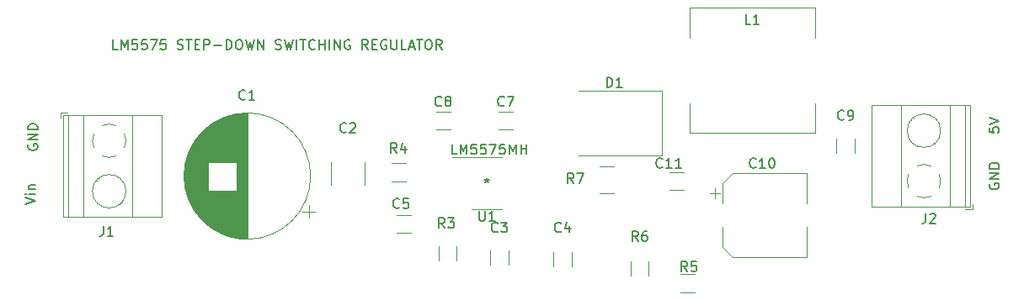
<source format=gbr>
%TF.GenerationSoftware,KiCad,Pcbnew,(5.1.10)-1*%
%TF.CreationDate,2021-07-12T12:55:46+02:00*%
%TF.ProjectId,buckLM5575,6275636b-4c4d-4353-9537-352e6b696361,rev?*%
%TF.SameCoordinates,Original*%
%TF.FileFunction,Legend,Top*%
%TF.FilePolarity,Positive*%
%FSLAX46Y46*%
G04 Gerber Fmt 4.6, Leading zero omitted, Abs format (unit mm)*
G04 Created by KiCad (PCBNEW (5.1.10)-1) date 2021-07-12 12:55:46*
%MOMM*%
%LPD*%
G01*
G04 APERTURE LIST*
%ADD10C,0.200000*%
%ADD11C,0.120000*%
%ADD12C,0.150000*%
G04 APERTURE END LIST*
D10*
X181364000Y-62229904D02*
X181316380Y-62325142D01*
X181316380Y-62468000D01*
X181364000Y-62610857D01*
X181459238Y-62706095D01*
X181554476Y-62753714D01*
X181744952Y-62801333D01*
X181887809Y-62801333D01*
X182078285Y-62753714D01*
X182173523Y-62706095D01*
X182268761Y-62610857D01*
X182316380Y-62468000D01*
X182316380Y-62372761D01*
X182268761Y-62229904D01*
X182221142Y-62182285D01*
X181887809Y-62182285D01*
X181887809Y-62372761D01*
X182316380Y-61753714D02*
X181316380Y-61753714D01*
X182316380Y-61182285D01*
X181316380Y-61182285D01*
X182316380Y-60706095D02*
X181316380Y-60706095D01*
X181316380Y-60468000D01*
X181364000Y-60325142D01*
X181459238Y-60229904D01*
X181554476Y-60182285D01*
X181744952Y-60134666D01*
X181887809Y-60134666D01*
X182078285Y-60182285D01*
X182173523Y-60229904D01*
X182268761Y-60325142D01*
X182316380Y-60468000D01*
X182316380Y-60706095D01*
X181316380Y-56578476D02*
X181316380Y-57054666D01*
X181792571Y-57102285D01*
X181744952Y-57054666D01*
X181697333Y-56959428D01*
X181697333Y-56721333D01*
X181744952Y-56626095D01*
X181792571Y-56578476D01*
X181887809Y-56530857D01*
X182125904Y-56530857D01*
X182221142Y-56578476D01*
X182268761Y-56626095D01*
X182316380Y-56721333D01*
X182316380Y-56959428D01*
X182268761Y-57054666D01*
X182221142Y-57102285D01*
X181316380Y-56245142D02*
X182316380Y-55911809D01*
X181316380Y-55578476D01*
X84717000Y-58292904D02*
X84669380Y-58388142D01*
X84669380Y-58531000D01*
X84717000Y-58673857D01*
X84812238Y-58769095D01*
X84907476Y-58816714D01*
X85097952Y-58864333D01*
X85240809Y-58864333D01*
X85431285Y-58816714D01*
X85526523Y-58769095D01*
X85621761Y-58673857D01*
X85669380Y-58531000D01*
X85669380Y-58435761D01*
X85621761Y-58292904D01*
X85574142Y-58245285D01*
X85240809Y-58245285D01*
X85240809Y-58435761D01*
X85669380Y-57816714D02*
X84669380Y-57816714D01*
X85669380Y-57245285D01*
X84669380Y-57245285D01*
X85669380Y-56769095D02*
X84669380Y-56769095D01*
X84669380Y-56531000D01*
X84717000Y-56388142D01*
X84812238Y-56292904D01*
X84907476Y-56245285D01*
X85097952Y-56197666D01*
X85240809Y-56197666D01*
X85431285Y-56245285D01*
X85526523Y-56292904D01*
X85621761Y-56388142D01*
X85669380Y-56531000D01*
X85669380Y-56769095D01*
X84415380Y-64269809D02*
X85415380Y-63936476D01*
X84415380Y-63603142D01*
X85415380Y-63269809D02*
X84748714Y-63269809D01*
X84415380Y-63269809D02*
X84463000Y-63317428D01*
X84510619Y-63269809D01*
X84463000Y-63222190D01*
X84415380Y-63269809D01*
X84510619Y-63269809D01*
X84748714Y-62793619D02*
X85415380Y-62793619D01*
X84843952Y-62793619D02*
X84796333Y-62746000D01*
X84748714Y-62650761D01*
X84748714Y-62507904D01*
X84796333Y-62412666D01*
X84891571Y-62365047D01*
X85415380Y-62365047D01*
X93704190Y-48712380D02*
X93228000Y-48712380D01*
X93228000Y-47712380D01*
X94037523Y-48712380D02*
X94037523Y-47712380D01*
X94370857Y-48426666D01*
X94704190Y-47712380D01*
X94704190Y-48712380D01*
X95656571Y-47712380D02*
X95180380Y-47712380D01*
X95132761Y-48188571D01*
X95180380Y-48140952D01*
X95275619Y-48093333D01*
X95513714Y-48093333D01*
X95608952Y-48140952D01*
X95656571Y-48188571D01*
X95704190Y-48283809D01*
X95704190Y-48521904D01*
X95656571Y-48617142D01*
X95608952Y-48664761D01*
X95513714Y-48712380D01*
X95275619Y-48712380D01*
X95180380Y-48664761D01*
X95132761Y-48617142D01*
X96608952Y-47712380D02*
X96132761Y-47712380D01*
X96085142Y-48188571D01*
X96132761Y-48140952D01*
X96228000Y-48093333D01*
X96466095Y-48093333D01*
X96561333Y-48140952D01*
X96608952Y-48188571D01*
X96656571Y-48283809D01*
X96656571Y-48521904D01*
X96608952Y-48617142D01*
X96561333Y-48664761D01*
X96466095Y-48712380D01*
X96228000Y-48712380D01*
X96132761Y-48664761D01*
X96085142Y-48617142D01*
X96989904Y-47712380D02*
X97656571Y-47712380D01*
X97228000Y-48712380D01*
X98513714Y-47712380D02*
X98037523Y-47712380D01*
X97989904Y-48188571D01*
X98037523Y-48140952D01*
X98132761Y-48093333D01*
X98370857Y-48093333D01*
X98466095Y-48140952D01*
X98513714Y-48188571D01*
X98561333Y-48283809D01*
X98561333Y-48521904D01*
X98513714Y-48617142D01*
X98466095Y-48664761D01*
X98370857Y-48712380D01*
X98132761Y-48712380D01*
X98037523Y-48664761D01*
X97989904Y-48617142D01*
X99704190Y-48664761D02*
X99847047Y-48712380D01*
X100085142Y-48712380D01*
X100180380Y-48664761D01*
X100228000Y-48617142D01*
X100275619Y-48521904D01*
X100275619Y-48426666D01*
X100228000Y-48331428D01*
X100180380Y-48283809D01*
X100085142Y-48236190D01*
X99894666Y-48188571D01*
X99799428Y-48140952D01*
X99751809Y-48093333D01*
X99704190Y-47998095D01*
X99704190Y-47902857D01*
X99751809Y-47807619D01*
X99799428Y-47760000D01*
X99894666Y-47712380D01*
X100132761Y-47712380D01*
X100275619Y-47760000D01*
X100561333Y-47712380D02*
X101132761Y-47712380D01*
X100847047Y-48712380D02*
X100847047Y-47712380D01*
X101466095Y-48188571D02*
X101799428Y-48188571D01*
X101942285Y-48712380D02*
X101466095Y-48712380D01*
X101466095Y-47712380D01*
X101942285Y-47712380D01*
X102370857Y-48712380D02*
X102370857Y-47712380D01*
X102751809Y-47712380D01*
X102847047Y-47760000D01*
X102894666Y-47807619D01*
X102942285Y-47902857D01*
X102942285Y-48045714D01*
X102894666Y-48140952D01*
X102847047Y-48188571D01*
X102751809Y-48236190D01*
X102370857Y-48236190D01*
X103370857Y-48331428D02*
X104132761Y-48331428D01*
X104608952Y-48712380D02*
X104608952Y-47712380D01*
X104847047Y-47712380D01*
X104989904Y-47760000D01*
X105085142Y-47855238D01*
X105132761Y-47950476D01*
X105180380Y-48140952D01*
X105180380Y-48283809D01*
X105132761Y-48474285D01*
X105085142Y-48569523D01*
X104989904Y-48664761D01*
X104847047Y-48712380D01*
X104608952Y-48712380D01*
X105799428Y-47712380D02*
X105989904Y-47712380D01*
X106085142Y-47760000D01*
X106180380Y-47855238D01*
X106228000Y-48045714D01*
X106228000Y-48379047D01*
X106180380Y-48569523D01*
X106085142Y-48664761D01*
X105989904Y-48712380D01*
X105799428Y-48712380D01*
X105704190Y-48664761D01*
X105608952Y-48569523D01*
X105561333Y-48379047D01*
X105561333Y-48045714D01*
X105608952Y-47855238D01*
X105704190Y-47760000D01*
X105799428Y-47712380D01*
X106561333Y-47712380D02*
X106799428Y-48712380D01*
X106989904Y-47998095D01*
X107180380Y-48712380D01*
X107418476Y-47712380D01*
X107799428Y-48712380D02*
X107799428Y-47712380D01*
X108370857Y-48712380D01*
X108370857Y-47712380D01*
X109561333Y-48664761D02*
X109704190Y-48712380D01*
X109942285Y-48712380D01*
X110037523Y-48664761D01*
X110085142Y-48617142D01*
X110132761Y-48521904D01*
X110132761Y-48426666D01*
X110085142Y-48331428D01*
X110037523Y-48283809D01*
X109942285Y-48236190D01*
X109751809Y-48188571D01*
X109656571Y-48140952D01*
X109608952Y-48093333D01*
X109561333Y-47998095D01*
X109561333Y-47902857D01*
X109608952Y-47807619D01*
X109656571Y-47760000D01*
X109751809Y-47712380D01*
X109989904Y-47712380D01*
X110132761Y-47760000D01*
X110466095Y-47712380D02*
X110704190Y-48712380D01*
X110894666Y-47998095D01*
X111085142Y-48712380D01*
X111323238Y-47712380D01*
X111704190Y-48712380D02*
X111704190Y-47712380D01*
X112037523Y-47712380D02*
X112608952Y-47712380D01*
X112323238Y-48712380D02*
X112323238Y-47712380D01*
X113513714Y-48617142D02*
X113466095Y-48664761D01*
X113323238Y-48712380D01*
X113228000Y-48712380D01*
X113085142Y-48664761D01*
X112989904Y-48569523D01*
X112942285Y-48474285D01*
X112894666Y-48283809D01*
X112894666Y-48140952D01*
X112942285Y-47950476D01*
X112989904Y-47855238D01*
X113085142Y-47760000D01*
X113228000Y-47712380D01*
X113323238Y-47712380D01*
X113466095Y-47760000D01*
X113513714Y-47807619D01*
X113942285Y-48712380D02*
X113942285Y-47712380D01*
X113942285Y-48188571D02*
X114513714Y-48188571D01*
X114513714Y-48712380D02*
X114513714Y-47712380D01*
X114989904Y-48712380D02*
X114989904Y-47712380D01*
X115466095Y-48712380D02*
X115466095Y-47712380D01*
X116037523Y-48712380D01*
X116037523Y-47712380D01*
X117037523Y-47760000D02*
X116942285Y-47712380D01*
X116799428Y-47712380D01*
X116656571Y-47760000D01*
X116561333Y-47855238D01*
X116513714Y-47950476D01*
X116466095Y-48140952D01*
X116466095Y-48283809D01*
X116513714Y-48474285D01*
X116561333Y-48569523D01*
X116656571Y-48664761D01*
X116799428Y-48712380D01*
X116894666Y-48712380D01*
X117037523Y-48664761D01*
X117085142Y-48617142D01*
X117085142Y-48283809D01*
X116894666Y-48283809D01*
X118847047Y-48712380D02*
X118513714Y-48236190D01*
X118275619Y-48712380D02*
X118275619Y-47712380D01*
X118656571Y-47712380D01*
X118751809Y-47760000D01*
X118799428Y-47807619D01*
X118847047Y-47902857D01*
X118847047Y-48045714D01*
X118799428Y-48140952D01*
X118751809Y-48188571D01*
X118656571Y-48236190D01*
X118275619Y-48236190D01*
X119275619Y-48188571D02*
X119608952Y-48188571D01*
X119751809Y-48712380D02*
X119275619Y-48712380D01*
X119275619Y-47712380D01*
X119751809Y-47712380D01*
X120704190Y-47760000D02*
X120608952Y-47712380D01*
X120466095Y-47712380D01*
X120323238Y-47760000D01*
X120228000Y-47855238D01*
X120180380Y-47950476D01*
X120132761Y-48140952D01*
X120132761Y-48283809D01*
X120180380Y-48474285D01*
X120228000Y-48569523D01*
X120323238Y-48664761D01*
X120466095Y-48712380D01*
X120561333Y-48712380D01*
X120704190Y-48664761D01*
X120751809Y-48617142D01*
X120751809Y-48283809D01*
X120561333Y-48283809D01*
X121180380Y-47712380D02*
X121180380Y-48521904D01*
X121228000Y-48617142D01*
X121275619Y-48664761D01*
X121370857Y-48712380D01*
X121561333Y-48712380D01*
X121656571Y-48664761D01*
X121704190Y-48617142D01*
X121751809Y-48521904D01*
X121751809Y-47712380D01*
X122704190Y-48712380D02*
X122228000Y-48712380D01*
X122228000Y-47712380D01*
X122989904Y-48426666D02*
X123466095Y-48426666D01*
X122894666Y-48712380D02*
X123228000Y-47712380D01*
X123561333Y-48712380D01*
X123751809Y-47712380D02*
X124323238Y-47712380D01*
X124037523Y-48712380D02*
X124037523Y-47712380D01*
X124847047Y-47712380D02*
X125037523Y-47712380D01*
X125132761Y-47760000D01*
X125228000Y-47855238D01*
X125275619Y-48045714D01*
X125275619Y-48379047D01*
X125228000Y-48569523D01*
X125132761Y-48664761D01*
X125037523Y-48712380D01*
X124847047Y-48712380D01*
X124751809Y-48664761D01*
X124656571Y-48569523D01*
X124608952Y-48379047D01*
X124608952Y-48045714D01*
X124656571Y-47855238D01*
X124751809Y-47760000D01*
X124847047Y-47712380D01*
X126275619Y-48712380D02*
X125942285Y-48236190D01*
X125704190Y-48712380D02*
X125704190Y-47712380D01*
X126085142Y-47712380D01*
X126180380Y-47760000D01*
X126228000Y-47807619D01*
X126275619Y-47902857D01*
X126275619Y-48045714D01*
X126228000Y-48140952D01*
X126180380Y-48188571D01*
X126085142Y-48236190D01*
X125704190Y-48236190D01*
D11*
%TO.C,J2*%
X176432253Y-61947195D02*
G75*
G02*
X176287000Y-62660000I-1680253J-28805D01*
G01*
X175435042Y-63511426D02*
G75*
G02*
X174068000Y-63511000I-683042J1535426D01*
G01*
X173216574Y-62659042D02*
G75*
G02*
X173217000Y-61292000I1535426J683042D01*
G01*
X174068958Y-60440574D02*
G75*
G02*
X175436000Y-60441000I683042J-1535426D01*
G01*
X176286756Y-61292682D02*
G75*
G02*
X176432000Y-61976000I-1534756J-683318D01*
G01*
X176432000Y-56896000D02*
G75*
G03*
X176432000Y-56896000I-1680000J0D01*
G01*
X178852000Y-64576000D02*
X178852000Y-54296000D01*
X177352000Y-64576000D02*
X177352000Y-54296000D01*
X172451000Y-64576000D02*
X172451000Y-54296000D01*
X169491000Y-64576000D02*
X169491000Y-54296000D01*
X179412000Y-64576000D02*
X179412000Y-54296000D01*
X169491000Y-64576000D02*
X179412000Y-64576000D01*
X169491000Y-54296000D02*
X179412000Y-54296000D01*
X173683000Y-55621000D02*
X173729000Y-55668000D01*
X175991000Y-57930000D02*
X176026000Y-57965000D01*
X173477000Y-55826000D02*
X173513000Y-55861000D01*
X175775000Y-58123000D02*
X175821000Y-58170000D01*
X178912000Y-64816000D02*
X179652000Y-64816000D01*
X179652000Y-64816000D02*
X179652000Y-64316000D01*
%TO.C,J1*%
X91156747Y-57940805D02*
G75*
G02*
X91302000Y-57228000I1680253J28805D01*
G01*
X92153958Y-56376574D02*
G75*
G02*
X93521000Y-56377000I683042J-1535426D01*
G01*
X94372426Y-57228958D02*
G75*
G02*
X94372000Y-58596000I-1535426J-683042D01*
G01*
X93520042Y-59447426D02*
G75*
G02*
X92153000Y-59447000I-683042J1535426D01*
G01*
X91302244Y-58595318D02*
G75*
G02*
X91157000Y-57912000I1534756J683318D01*
G01*
X94517000Y-62992000D02*
G75*
G03*
X94517000Y-62992000I-1680000J0D01*
G01*
X88737000Y-55312000D02*
X88737000Y-65592000D01*
X90237000Y-55312000D02*
X90237000Y-65592000D01*
X95138000Y-55312000D02*
X95138000Y-65592000D01*
X98098000Y-55312000D02*
X98098000Y-65592000D01*
X88177000Y-55312000D02*
X88177000Y-65592000D01*
X98098000Y-55312000D02*
X88177000Y-55312000D01*
X98098000Y-65592000D02*
X88177000Y-65592000D01*
X93906000Y-64267000D02*
X93860000Y-64220000D01*
X91598000Y-61958000D02*
X91563000Y-61923000D01*
X94112000Y-64062000D02*
X94076000Y-64027000D01*
X91814000Y-61765000D02*
X91768000Y-61718000D01*
X88677000Y-55072000D02*
X87937000Y-55072000D01*
X87937000Y-55072000D02*
X87937000Y-55572000D01*
%TO.C,C2*%
X115130000Y-62375252D02*
X115130000Y-60052748D01*
X118550000Y-62375252D02*
X118550000Y-60052748D01*
%TO.C,C5*%
X123139252Y-67204000D02*
X121716748Y-67204000D01*
X123139252Y-65384000D02*
X121716748Y-65384000D01*
%TO.C,R7*%
X142151263Y-60494000D02*
X143598737Y-60494000D01*
X142151263Y-63204000D02*
X143598737Y-63204000D01*
%TO.C,C8*%
X125702748Y-56790000D02*
X127125252Y-56790000D01*
X125702748Y-54970000D02*
X127125252Y-54970000D01*
%TO.C,U1*%
X129310000Y-64779997D02*
X132310000Y-64779997D01*
X127309999Y-59529998D02*
X132310000Y-59529998D01*
%TO.C,R6*%
X145267000Y-71531564D02*
X145267000Y-70077436D01*
X147087000Y-71531564D02*
X147087000Y-70077436D01*
%TO.C,R5*%
X150273936Y-71353000D02*
X151728064Y-71353000D01*
X150273936Y-73173000D02*
X151728064Y-73173000D01*
%TO.C,R4*%
X121192936Y-60177000D02*
X122647064Y-60177000D01*
X121192936Y-61997000D02*
X122647064Y-61997000D01*
%TO.C,R3*%
X127783000Y-68553436D02*
X127783000Y-70007564D01*
X125963000Y-68553436D02*
X125963000Y-70007564D01*
%TO.C,L1*%
X163780000Y-54100000D02*
X163780000Y-57100000D01*
X163780000Y-57100000D02*
X151180000Y-57100000D01*
X151180000Y-57100000D02*
X151180000Y-54100000D01*
X151180000Y-47500000D02*
X151180000Y-44500000D01*
X151180000Y-44500000D02*
X163780000Y-44500000D01*
X163780000Y-44500000D02*
X163780000Y-47500000D01*
%TO.C,D1*%
X148408000Y-52884000D02*
X148408000Y-59384000D01*
X148408000Y-52884000D02*
X140008000Y-52884000D01*
X148408000Y-59384000D02*
X140008000Y-59384000D01*
%TO.C,C11*%
X150571252Y-62886000D02*
X149148748Y-62886000D01*
X150571252Y-61066000D02*
X149148748Y-61066000D01*
%TO.C,C10*%
X153750000Y-62695000D02*
X153750000Y-63695000D01*
X153250000Y-63195000D02*
X154250000Y-63195000D01*
X154490000Y-68600563D02*
X155554437Y-69665000D01*
X154490000Y-62209437D02*
X155554437Y-61145000D01*
X154490000Y-62209437D02*
X154490000Y-64195000D01*
X154490000Y-68600563D02*
X154490000Y-66615000D01*
X155554437Y-69665000D02*
X163010000Y-69665000D01*
X155554437Y-61145000D02*
X163010000Y-61145000D01*
X163010000Y-61145000D02*
X163010000Y-64195000D01*
X163010000Y-69665000D02*
X163010000Y-66615000D01*
%TO.C,C9*%
X167788000Y-57708748D02*
X167788000Y-59131252D01*
X165968000Y-57708748D02*
X165968000Y-59131252D01*
%TO.C,C7*%
X133426252Y-54970000D02*
X132003748Y-54970000D01*
X133426252Y-56790000D02*
X132003748Y-56790000D01*
%TO.C,C4*%
X139340000Y-69138748D02*
X139340000Y-70561252D01*
X137520000Y-69138748D02*
X137520000Y-70561252D01*
%TO.C,C3*%
X131170000Y-68933748D02*
X131170000Y-70356252D01*
X132990000Y-68933748D02*
X132990000Y-70356252D01*
%TO.C,C1*%
X113090000Y-61468000D02*
G75*
G03*
X113090000Y-61468000I-6370000J0D01*
G01*
X106720000Y-67798000D02*
X106720000Y-55138000D01*
X106680000Y-67798000D02*
X106680000Y-55138000D01*
X106640000Y-67798000D02*
X106640000Y-55138000D01*
X106600000Y-67797000D02*
X106600000Y-55139000D01*
X106560000Y-67796000D02*
X106560000Y-55140000D01*
X106520000Y-67795000D02*
X106520000Y-55141000D01*
X106480000Y-67794000D02*
X106480000Y-55142000D01*
X106440000Y-67792000D02*
X106440000Y-55144000D01*
X106400000Y-67790000D02*
X106400000Y-55146000D01*
X106360000Y-67788000D02*
X106360000Y-55148000D01*
X106320000Y-67786000D02*
X106320000Y-55150000D01*
X106280000Y-67783000D02*
X106280000Y-55153000D01*
X106240000Y-67780000D02*
X106240000Y-55156000D01*
X106200000Y-67777000D02*
X106200000Y-55159000D01*
X106160000Y-67774000D02*
X106160000Y-55162000D01*
X106120000Y-67770000D02*
X106120000Y-55166000D01*
X106080000Y-67766000D02*
X106080000Y-55170000D01*
X106040000Y-67762000D02*
X106040000Y-55174000D01*
X105999000Y-67758000D02*
X105999000Y-55178000D01*
X105959000Y-67753000D02*
X105959000Y-55183000D01*
X105919000Y-67748000D02*
X105919000Y-55188000D01*
X105879000Y-67743000D02*
X105879000Y-55193000D01*
X105839000Y-67737000D02*
X105839000Y-55199000D01*
X105799000Y-67732000D02*
X105799000Y-55204000D01*
X105759000Y-67726000D02*
X105759000Y-55210000D01*
X105719000Y-67720000D02*
X105719000Y-55216000D01*
X105679000Y-67713000D02*
X105679000Y-55223000D01*
X105639000Y-67706000D02*
X105639000Y-62908000D01*
X105639000Y-60028000D02*
X105639000Y-55230000D01*
X105599000Y-67699000D02*
X105599000Y-62908000D01*
X105599000Y-60028000D02*
X105599000Y-55237000D01*
X105559000Y-67692000D02*
X105559000Y-62908000D01*
X105559000Y-60028000D02*
X105559000Y-55244000D01*
X105519000Y-67684000D02*
X105519000Y-62908000D01*
X105519000Y-60028000D02*
X105519000Y-55252000D01*
X105479000Y-67677000D02*
X105479000Y-62908000D01*
X105479000Y-60028000D02*
X105479000Y-55259000D01*
X105439000Y-67669000D02*
X105439000Y-62908000D01*
X105439000Y-60028000D02*
X105439000Y-55267000D01*
X105399000Y-67660000D02*
X105399000Y-62908000D01*
X105399000Y-60028000D02*
X105399000Y-55276000D01*
X105359000Y-67652000D02*
X105359000Y-62908000D01*
X105359000Y-60028000D02*
X105359000Y-55284000D01*
X105319000Y-67643000D02*
X105319000Y-62908000D01*
X105319000Y-60028000D02*
X105319000Y-55293000D01*
X105279000Y-67634000D02*
X105279000Y-62908000D01*
X105279000Y-60028000D02*
X105279000Y-55302000D01*
X105239000Y-67624000D02*
X105239000Y-62908000D01*
X105239000Y-60028000D02*
X105239000Y-55312000D01*
X105199000Y-67614000D02*
X105199000Y-62908000D01*
X105199000Y-60028000D02*
X105199000Y-55322000D01*
X105159000Y-67605000D02*
X105159000Y-62908000D01*
X105159000Y-60028000D02*
X105159000Y-55331000D01*
X105119000Y-67594000D02*
X105119000Y-62908000D01*
X105119000Y-60028000D02*
X105119000Y-55342000D01*
X105079000Y-67584000D02*
X105079000Y-62908000D01*
X105079000Y-60028000D02*
X105079000Y-55352000D01*
X105039000Y-67573000D02*
X105039000Y-62908000D01*
X105039000Y-60028000D02*
X105039000Y-55363000D01*
X104999000Y-67562000D02*
X104999000Y-62908000D01*
X104999000Y-60028000D02*
X104999000Y-55374000D01*
X104959000Y-67551000D02*
X104959000Y-62908000D01*
X104959000Y-60028000D02*
X104959000Y-55385000D01*
X104919000Y-67539000D02*
X104919000Y-62908000D01*
X104919000Y-60028000D02*
X104919000Y-55397000D01*
X104879000Y-67527000D02*
X104879000Y-62908000D01*
X104879000Y-60028000D02*
X104879000Y-55409000D01*
X104839000Y-67515000D02*
X104839000Y-62908000D01*
X104839000Y-60028000D02*
X104839000Y-55421000D01*
X104799000Y-67502000D02*
X104799000Y-62908000D01*
X104799000Y-60028000D02*
X104799000Y-55434000D01*
X104759000Y-67489000D02*
X104759000Y-62908000D01*
X104759000Y-60028000D02*
X104759000Y-55447000D01*
X104719000Y-67476000D02*
X104719000Y-62908000D01*
X104719000Y-60028000D02*
X104719000Y-55460000D01*
X104679000Y-67463000D02*
X104679000Y-62908000D01*
X104679000Y-60028000D02*
X104679000Y-55473000D01*
X104639000Y-67449000D02*
X104639000Y-62908000D01*
X104639000Y-60028000D02*
X104639000Y-55487000D01*
X104599000Y-67435000D02*
X104599000Y-62908000D01*
X104599000Y-60028000D02*
X104599000Y-55501000D01*
X104559000Y-67421000D02*
X104559000Y-62908000D01*
X104559000Y-60028000D02*
X104559000Y-55515000D01*
X104519000Y-67407000D02*
X104519000Y-62908000D01*
X104519000Y-60028000D02*
X104519000Y-55529000D01*
X104479000Y-67392000D02*
X104479000Y-62908000D01*
X104479000Y-60028000D02*
X104479000Y-55544000D01*
X104439000Y-67376000D02*
X104439000Y-62908000D01*
X104439000Y-60028000D02*
X104439000Y-55560000D01*
X104399000Y-67361000D02*
X104399000Y-62908000D01*
X104399000Y-60028000D02*
X104399000Y-55575000D01*
X104359000Y-67345000D02*
X104359000Y-62908000D01*
X104359000Y-60028000D02*
X104359000Y-55591000D01*
X104319000Y-67329000D02*
X104319000Y-62908000D01*
X104319000Y-60028000D02*
X104319000Y-55607000D01*
X104279000Y-67313000D02*
X104279000Y-62908000D01*
X104279000Y-60028000D02*
X104279000Y-55623000D01*
X104239000Y-67296000D02*
X104239000Y-62908000D01*
X104239000Y-60028000D02*
X104239000Y-55640000D01*
X104199000Y-67279000D02*
X104199000Y-62908000D01*
X104199000Y-60028000D02*
X104199000Y-55657000D01*
X104159000Y-67261000D02*
X104159000Y-62908000D01*
X104159000Y-60028000D02*
X104159000Y-55675000D01*
X104119000Y-67244000D02*
X104119000Y-62908000D01*
X104119000Y-60028000D02*
X104119000Y-55692000D01*
X104079000Y-67226000D02*
X104079000Y-62908000D01*
X104079000Y-60028000D02*
X104079000Y-55710000D01*
X104039000Y-67207000D02*
X104039000Y-62908000D01*
X104039000Y-60028000D02*
X104039000Y-55729000D01*
X103999000Y-67189000D02*
X103999000Y-62908000D01*
X103999000Y-60028000D02*
X103999000Y-55747000D01*
X103959000Y-67170000D02*
X103959000Y-62908000D01*
X103959000Y-60028000D02*
X103959000Y-55766000D01*
X103919000Y-67150000D02*
X103919000Y-62908000D01*
X103919000Y-60028000D02*
X103919000Y-55786000D01*
X103879000Y-67130000D02*
X103879000Y-62908000D01*
X103879000Y-60028000D02*
X103879000Y-55806000D01*
X103839000Y-67110000D02*
X103839000Y-62908000D01*
X103839000Y-60028000D02*
X103839000Y-55826000D01*
X103799000Y-67090000D02*
X103799000Y-62908000D01*
X103799000Y-60028000D02*
X103799000Y-55846000D01*
X103759000Y-67069000D02*
X103759000Y-62908000D01*
X103759000Y-60028000D02*
X103759000Y-55867000D01*
X103719000Y-67048000D02*
X103719000Y-62908000D01*
X103719000Y-60028000D02*
X103719000Y-55888000D01*
X103679000Y-67026000D02*
X103679000Y-62908000D01*
X103679000Y-60028000D02*
X103679000Y-55910000D01*
X103639000Y-67004000D02*
X103639000Y-62908000D01*
X103639000Y-60028000D02*
X103639000Y-55932000D01*
X103599000Y-66982000D02*
X103599000Y-62908000D01*
X103599000Y-60028000D02*
X103599000Y-55954000D01*
X103559000Y-66959000D02*
X103559000Y-62908000D01*
X103559000Y-60028000D02*
X103559000Y-55977000D01*
X103519000Y-66936000D02*
X103519000Y-62908000D01*
X103519000Y-60028000D02*
X103519000Y-56000000D01*
X103479000Y-66913000D02*
X103479000Y-62908000D01*
X103479000Y-60028000D02*
X103479000Y-56023000D01*
X103439000Y-66889000D02*
X103439000Y-62908000D01*
X103439000Y-60028000D02*
X103439000Y-56047000D01*
X103399000Y-66865000D02*
X103399000Y-62908000D01*
X103399000Y-60028000D02*
X103399000Y-56071000D01*
X103359000Y-66840000D02*
X103359000Y-62908000D01*
X103359000Y-60028000D02*
X103359000Y-56096000D01*
X103319000Y-66815000D02*
X103319000Y-62908000D01*
X103319000Y-60028000D02*
X103319000Y-56121000D01*
X103279000Y-66790000D02*
X103279000Y-62908000D01*
X103279000Y-60028000D02*
X103279000Y-56146000D01*
X103239000Y-66764000D02*
X103239000Y-62908000D01*
X103239000Y-60028000D02*
X103239000Y-56172000D01*
X103199000Y-66738000D02*
X103199000Y-62908000D01*
X103199000Y-60028000D02*
X103199000Y-56198000D01*
X103159000Y-66711000D02*
X103159000Y-62908000D01*
X103159000Y-60028000D02*
X103159000Y-56225000D01*
X103119000Y-66684000D02*
X103119000Y-62908000D01*
X103119000Y-60028000D02*
X103119000Y-56252000D01*
X103079000Y-66656000D02*
X103079000Y-62908000D01*
X103079000Y-60028000D02*
X103079000Y-56280000D01*
X103039000Y-66628000D02*
X103039000Y-62908000D01*
X103039000Y-60028000D02*
X103039000Y-56308000D01*
X102999000Y-66599000D02*
X102999000Y-62908000D01*
X102999000Y-60028000D02*
X102999000Y-56337000D01*
X102959000Y-66570000D02*
X102959000Y-62908000D01*
X102959000Y-60028000D02*
X102959000Y-56366000D01*
X102919000Y-66541000D02*
X102919000Y-62908000D01*
X102919000Y-60028000D02*
X102919000Y-56395000D01*
X102879000Y-66511000D02*
X102879000Y-62908000D01*
X102879000Y-60028000D02*
X102879000Y-56425000D01*
X102839000Y-66480000D02*
X102839000Y-62908000D01*
X102839000Y-60028000D02*
X102839000Y-56456000D01*
X102799000Y-66450000D02*
X102799000Y-62908000D01*
X102799000Y-60028000D02*
X102799000Y-56486000D01*
X102759000Y-66418000D02*
X102759000Y-56518000D01*
X102719000Y-66386000D02*
X102719000Y-56550000D01*
X102679000Y-66353000D02*
X102679000Y-56583000D01*
X102639000Y-66320000D02*
X102639000Y-56616000D01*
X102599000Y-66287000D02*
X102599000Y-56649000D01*
X102559000Y-66253000D02*
X102559000Y-56683000D01*
X102519000Y-66218000D02*
X102519000Y-56718000D01*
X102479000Y-66182000D02*
X102479000Y-56754000D01*
X102439000Y-66146000D02*
X102439000Y-56790000D01*
X102399000Y-66110000D02*
X102399000Y-56826000D01*
X102359000Y-66073000D02*
X102359000Y-56863000D01*
X102319000Y-66035000D02*
X102319000Y-56901000D01*
X102279000Y-65996000D02*
X102279000Y-56940000D01*
X102239000Y-65957000D02*
X102239000Y-56979000D01*
X102199000Y-65917000D02*
X102199000Y-57019000D01*
X102159000Y-65876000D02*
X102159000Y-57060000D01*
X102119000Y-65835000D02*
X102119000Y-57101000D01*
X102079000Y-65793000D02*
X102079000Y-57143000D01*
X102039000Y-65750000D02*
X102039000Y-57186000D01*
X101999000Y-65706000D02*
X101999000Y-57230000D01*
X101959000Y-65662000D02*
X101959000Y-57274000D01*
X101919000Y-65616000D02*
X101919000Y-57320000D01*
X101879000Y-65570000D02*
X101879000Y-57366000D01*
X101839000Y-65523000D02*
X101839000Y-57413000D01*
X101799000Y-65475000D02*
X101799000Y-57461000D01*
X101759000Y-65425000D02*
X101759000Y-57511000D01*
X101719000Y-65375000D02*
X101719000Y-57561000D01*
X101679000Y-65324000D02*
X101679000Y-57612000D01*
X101639000Y-65272000D02*
X101639000Y-57664000D01*
X101599000Y-65218000D02*
X101599000Y-57718000D01*
X101559000Y-65164000D02*
X101559000Y-57772000D01*
X101519000Y-65108000D02*
X101519000Y-57828000D01*
X101479000Y-65051000D02*
X101479000Y-57885000D01*
X101439000Y-64992000D02*
X101439000Y-57944000D01*
X101399000Y-64932000D02*
X101399000Y-58004000D01*
X101359000Y-64870000D02*
X101359000Y-58066000D01*
X101319000Y-64807000D02*
X101319000Y-58129000D01*
X101279000Y-64743000D02*
X101279000Y-58193000D01*
X101239000Y-64676000D02*
X101239000Y-58260000D01*
X101199000Y-64608000D02*
X101199000Y-58328000D01*
X101159000Y-64537000D02*
X101159000Y-58399000D01*
X101119000Y-64464000D02*
X101119000Y-58472000D01*
X101079000Y-64389000D02*
X101079000Y-58547000D01*
X101039000Y-64312000D02*
X101039000Y-58624000D01*
X100999000Y-64232000D02*
X100999000Y-58704000D01*
X100959000Y-64149000D02*
X100959000Y-58787000D01*
X100919000Y-64062000D02*
X100919000Y-58874000D01*
X100879000Y-63972000D02*
X100879000Y-58964000D01*
X100839000Y-63878000D02*
X100839000Y-59058000D01*
X100799000Y-63780000D02*
X100799000Y-59156000D01*
X100759000Y-63677000D02*
X100759000Y-59259000D01*
X100719000Y-63568000D02*
X100719000Y-59368000D01*
X100679000Y-63452000D02*
X100679000Y-59484000D01*
X100639000Y-63329000D02*
X100639000Y-59607000D01*
X100599000Y-63196000D02*
X100599000Y-59740000D01*
X100559000Y-63051000D02*
X100559000Y-59885000D01*
X100519000Y-62890000D02*
X100519000Y-60046000D01*
X100479000Y-62709000D02*
X100479000Y-60227000D01*
X100439000Y-62496000D02*
X100439000Y-60440000D01*
X100399000Y-62225000D02*
X100399000Y-60711000D01*
X100359000Y-61785000D02*
X100359000Y-61151000D01*
X113537082Y-65043000D02*
X112287082Y-65043000D01*
X112912082Y-65668000D02*
X112912082Y-64418000D01*
%TO.C,J2*%
D12*
X174926666Y-65238380D02*
X174926666Y-65952666D01*
X174879047Y-66095523D01*
X174783809Y-66190761D01*
X174640952Y-66238380D01*
X174545714Y-66238380D01*
X175355238Y-65333619D02*
X175402857Y-65286000D01*
X175498095Y-65238380D01*
X175736190Y-65238380D01*
X175831428Y-65286000D01*
X175879047Y-65333619D01*
X175926666Y-65428857D01*
X175926666Y-65524095D01*
X175879047Y-65666952D01*
X175307619Y-66238380D01*
X175926666Y-66238380D01*
%TO.C,J1*%
X92249666Y-66508380D02*
X92249666Y-67222666D01*
X92202047Y-67365523D01*
X92106809Y-67460761D01*
X91963952Y-67508380D01*
X91868714Y-67508380D01*
X93249666Y-67508380D02*
X92678238Y-67508380D01*
X92963952Y-67508380D02*
X92963952Y-66508380D01*
X92868714Y-66651238D01*
X92773476Y-66746476D01*
X92678238Y-66794095D01*
%TO.C,C2*%
X116673333Y-56999142D02*
X116625714Y-57046761D01*
X116482857Y-57094380D01*
X116387619Y-57094380D01*
X116244761Y-57046761D01*
X116149523Y-56951523D01*
X116101904Y-56856285D01*
X116054285Y-56665809D01*
X116054285Y-56522952D01*
X116101904Y-56332476D01*
X116149523Y-56237238D01*
X116244761Y-56142000D01*
X116387619Y-56094380D01*
X116482857Y-56094380D01*
X116625714Y-56142000D01*
X116673333Y-56189619D01*
X117054285Y-56189619D02*
X117101904Y-56142000D01*
X117197142Y-56094380D01*
X117435238Y-56094380D01*
X117530476Y-56142000D01*
X117578095Y-56189619D01*
X117625714Y-56284857D01*
X117625714Y-56380095D01*
X117578095Y-56522952D01*
X117006666Y-57094380D01*
X117625714Y-57094380D01*
%TO.C,C5*%
X122007333Y-64619142D02*
X121959714Y-64666761D01*
X121816857Y-64714380D01*
X121721619Y-64714380D01*
X121578761Y-64666761D01*
X121483523Y-64571523D01*
X121435904Y-64476285D01*
X121388285Y-64285809D01*
X121388285Y-64142952D01*
X121435904Y-63952476D01*
X121483523Y-63857238D01*
X121578761Y-63762000D01*
X121721619Y-63714380D01*
X121816857Y-63714380D01*
X121959714Y-63762000D01*
X122007333Y-63809619D01*
X122912095Y-63714380D02*
X122435904Y-63714380D01*
X122388285Y-64190571D01*
X122435904Y-64142952D01*
X122531142Y-64095333D01*
X122769238Y-64095333D01*
X122864476Y-64142952D01*
X122912095Y-64190571D01*
X122959714Y-64285809D01*
X122959714Y-64523904D01*
X122912095Y-64619142D01*
X122864476Y-64666761D01*
X122769238Y-64714380D01*
X122531142Y-64714380D01*
X122435904Y-64666761D01*
X122388285Y-64619142D01*
%TO.C,R7*%
X139533333Y-62174380D02*
X139200000Y-61698190D01*
X138961904Y-62174380D02*
X138961904Y-61174380D01*
X139342857Y-61174380D01*
X139438095Y-61222000D01*
X139485714Y-61269619D01*
X139533333Y-61364857D01*
X139533333Y-61507714D01*
X139485714Y-61602952D01*
X139438095Y-61650571D01*
X139342857Y-61698190D01*
X138961904Y-61698190D01*
X139866666Y-61174380D02*
X140533333Y-61174380D01*
X140104761Y-62174380D01*
%TO.C,C8*%
X126247333Y-54332142D02*
X126199714Y-54379761D01*
X126056857Y-54427380D01*
X125961619Y-54427380D01*
X125818761Y-54379761D01*
X125723523Y-54284523D01*
X125675904Y-54189285D01*
X125628285Y-53998809D01*
X125628285Y-53855952D01*
X125675904Y-53665476D01*
X125723523Y-53570238D01*
X125818761Y-53475000D01*
X125961619Y-53427380D01*
X126056857Y-53427380D01*
X126199714Y-53475000D01*
X126247333Y-53522619D01*
X126818761Y-53855952D02*
X126723523Y-53808333D01*
X126675904Y-53760714D01*
X126628285Y-53665476D01*
X126628285Y-53617857D01*
X126675904Y-53522619D01*
X126723523Y-53475000D01*
X126818761Y-53427380D01*
X127009238Y-53427380D01*
X127104476Y-53475000D01*
X127152095Y-53522619D01*
X127199714Y-53617857D01*
X127199714Y-53665476D01*
X127152095Y-53760714D01*
X127104476Y-53808333D01*
X127009238Y-53855952D01*
X126818761Y-53855952D01*
X126723523Y-53903571D01*
X126675904Y-53951190D01*
X126628285Y-54046428D01*
X126628285Y-54236904D01*
X126675904Y-54332142D01*
X126723523Y-54379761D01*
X126818761Y-54427380D01*
X127009238Y-54427380D01*
X127104476Y-54379761D01*
X127152095Y-54332142D01*
X127199714Y-54236904D01*
X127199714Y-54046428D01*
X127152095Y-53951190D01*
X127104476Y-53903571D01*
X127009238Y-53855952D01*
%TO.C,U1*%
X130048095Y-64984380D02*
X130048095Y-65793904D01*
X130095714Y-65889142D01*
X130143333Y-65936761D01*
X130238571Y-65984380D01*
X130429047Y-65984380D01*
X130524285Y-65936761D01*
X130571904Y-65889142D01*
X130619523Y-65793904D01*
X130619523Y-64984380D01*
X131619523Y-65984380D02*
X131048095Y-65984380D01*
X131333809Y-65984380D02*
X131333809Y-64984380D01*
X131238571Y-65127238D01*
X131143333Y-65222476D01*
X131048095Y-65270095D01*
X127802095Y-59253380D02*
X127325904Y-59253380D01*
X127325904Y-58253380D01*
X128135428Y-59253380D02*
X128135428Y-58253380D01*
X128468761Y-58967666D01*
X128802095Y-58253380D01*
X128802095Y-59253380D01*
X129754476Y-58253380D02*
X129278285Y-58253380D01*
X129230666Y-58729571D01*
X129278285Y-58681952D01*
X129373523Y-58634333D01*
X129611619Y-58634333D01*
X129706857Y-58681952D01*
X129754476Y-58729571D01*
X129802095Y-58824809D01*
X129802095Y-59062904D01*
X129754476Y-59158142D01*
X129706857Y-59205761D01*
X129611619Y-59253380D01*
X129373523Y-59253380D01*
X129278285Y-59205761D01*
X129230666Y-59158142D01*
X130706857Y-58253380D02*
X130230666Y-58253380D01*
X130183047Y-58729571D01*
X130230666Y-58681952D01*
X130325904Y-58634333D01*
X130564000Y-58634333D01*
X130659238Y-58681952D01*
X130706857Y-58729571D01*
X130754476Y-58824809D01*
X130754476Y-59062904D01*
X130706857Y-59158142D01*
X130659238Y-59205761D01*
X130564000Y-59253380D01*
X130325904Y-59253380D01*
X130230666Y-59205761D01*
X130183047Y-59158142D01*
X131087809Y-58253380D02*
X131754476Y-58253380D01*
X131325904Y-59253380D01*
X132611619Y-58253380D02*
X132135428Y-58253380D01*
X132087809Y-58729571D01*
X132135428Y-58681952D01*
X132230666Y-58634333D01*
X132468761Y-58634333D01*
X132564000Y-58681952D01*
X132611619Y-58729571D01*
X132659238Y-58824809D01*
X132659238Y-59062904D01*
X132611619Y-59158142D01*
X132564000Y-59205761D01*
X132468761Y-59253380D01*
X132230666Y-59253380D01*
X132135428Y-59205761D01*
X132087809Y-59158142D01*
X133087809Y-59253380D02*
X133087809Y-58253380D01*
X133421142Y-58967666D01*
X133754476Y-58253380D01*
X133754476Y-59253380D01*
X134230666Y-59253380D02*
X134230666Y-58253380D01*
X134230666Y-58729571D02*
X134802095Y-58729571D01*
X134802095Y-59253380D02*
X134802095Y-58253380D01*
X130810000Y-61682380D02*
X130810000Y-61920476D01*
X130571904Y-61825238D02*
X130810000Y-61920476D01*
X131048095Y-61825238D01*
X130667142Y-62110952D02*
X130810000Y-61920476D01*
X130952857Y-62110952D01*
%TO.C,R6*%
X146010333Y-68016380D02*
X145677000Y-67540190D01*
X145438904Y-68016380D02*
X145438904Y-67016380D01*
X145819857Y-67016380D01*
X145915095Y-67064000D01*
X145962714Y-67111619D01*
X146010333Y-67206857D01*
X146010333Y-67349714D01*
X145962714Y-67444952D01*
X145915095Y-67492571D01*
X145819857Y-67540190D01*
X145438904Y-67540190D01*
X146867476Y-67016380D02*
X146677000Y-67016380D01*
X146581761Y-67064000D01*
X146534142Y-67111619D01*
X146438904Y-67254476D01*
X146391285Y-67444952D01*
X146391285Y-67825904D01*
X146438904Y-67921142D01*
X146486523Y-67968761D01*
X146581761Y-68016380D01*
X146772238Y-68016380D01*
X146867476Y-67968761D01*
X146915095Y-67921142D01*
X146962714Y-67825904D01*
X146962714Y-67587809D01*
X146915095Y-67492571D01*
X146867476Y-67444952D01*
X146772238Y-67397333D01*
X146581761Y-67397333D01*
X146486523Y-67444952D01*
X146438904Y-67492571D01*
X146391285Y-67587809D01*
%TO.C,R5*%
X150961333Y-71064380D02*
X150628000Y-70588190D01*
X150389904Y-71064380D02*
X150389904Y-70064380D01*
X150770857Y-70064380D01*
X150866095Y-70112000D01*
X150913714Y-70159619D01*
X150961333Y-70254857D01*
X150961333Y-70397714D01*
X150913714Y-70492952D01*
X150866095Y-70540571D01*
X150770857Y-70588190D01*
X150389904Y-70588190D01*
X151866095Y-70064380D02*
X151389904Y-70064380D01*
X151342285Y-70540571D01*
X151389904Y-70492952D01*
X151485142Y-70445333D01*
X151723238Y-70445333D01*
X151818476Y-70492952D01*
X151866095Y-70540571D01*
X151913714Y-70635809D01*
X151913714Y-70873904D01*
X151866095Y-70969142D01*
X151818476Y-71016761D01*
X151723238Y-71064380D01*
X151485142Y-71064380D01*
X151389904Y-71016761D01*
X151342285Y-70969142D01*
%TO.C,R4*%
X121753333Y-59126380D02*
X121420000Y-58650190D01*
X121181904Y-59126380D02*
X121181904Y-58126380D01*
X121562857Y-58126380D01*
X121658095Y-58174000D01*
X121705714Y-58221619D01*
X121753333Y-58316857D01*
X121753333Y-58459714D01*
X121705714Y-58554952D01*
X121658095Y-58602571D01*
X121562857Y-58650190D01*
X121181904Y-58650190D01*
X122610476Y-58459714D02*
X122610476Y-59126380D01*
X122372380Y-58078761D02*
X122134285Y-58793047D01*
X122753333Y-58793047D01*
%TO.C,R3*%
X126579333Y-66684880D02*
X126246000Y-66208690D01*
X126007904Y-66684880D02*
X126007904Y-65684880D01*
X126388857Y-65684880D01*
X126484095Y-65732500D01*
X126531714Y-65780119D01*
X126579333Y-65875357D01*
X126579333Y-66018214D01*
X126531714Y-66113452D01*
X126484095Y-66161071D01*
X126388857Y-66208690D01*
X126007904Y-66208690D01*
X126912666Y-65684880D02*
X127531714Y-65684880D01*
X127198380Y-66065833D01*
X127341238Y-66065833D01*
X127436476Y-66113452D01*
X127484095Y-66161071D01*
X127531714Y-66256309D01*
X127531714Y-66494404D01*
X127484095Y-66589642D01*
X127436476Y-66637261D01*
X127341238Y-66684880D01*
X127055523Y-66684880D01*
X126960285Y-66637261D01*
X126912666Y-66589642D01*
%TO.C,L1*%
X157313333Y-46172380D02*
X156837142Y-46172380D01*
X156837142Y-45172380D01*
X158170476Y-46172380D02*
X157599047Y-46172380D01*
X157884761Y-46172380D02*
X157884761Y-45172380D01*
X157789523Y-45315238D01*
X157694285Y-45410476D01*
X157599047Y-45458095D01*
%TO.C,D1*%
X142869904Y-52522380D02*
X142869904Y-51522380D01*
X143108000Y-51522380D01*
X143250857Y-51570000D01*
X143346095Y-51665238D01*
X143393714Y-51760476D01*
X143441333Y-51950952D01*
X143441333Y-52093809D01*
X143393714Y-52284285D01*
X143346095Y-52379523D01*
X143250857Y-52474761D01*
X143108000Y-52522380D01*
X142869904Y-52522380D01*
X144393714Y-52522380D02*
X143822285Y-52522380D01*
X144108000Y-52522380D02*
X144108000Y-51522380D01*
X144012761Y-51665238D01*
X143917523Y-51760476D01*
X143822285Y-51808095D01*
%TO.C,C11*%
X148455142Y-60555142D02*
X148407523Y-60602761D01*
X148264666Y-60650380D01*
X148169428Y-60650380D01*
X148026571Y-60602761D01*
X147931333Y-60507523D01*
X147883714Y-60412285D01*
X147836095Y-60221809D01*
X147836095Y-60078952D01*
X147883714Y-59888476D01*
X147931333Y-59793238D01*
X148026571Y-59698000D01*
X148169428Y-59650380D01*
X148264666Y-59650380D01*
X148407523Y-59698000D01*
X148455142Y-59745619D01*
X149407523Y-60650380D02*
X148836095Y-60650380D01*
X149121809Y-60650380D02*
X149121809Y-59650380D01*
X149026571Y-59793238D01*
X148931333Y-59888476D01*
X148836095Y-59936095D01*
X150359904Y-60650380D02*
X149788476Y-60650380D01*
X150074190Y-60650380D02*
X150074190Y-59650380D01*
X149978952Y-59793238D01*
X149883714Y-59888476D01*
X149788476Y-59936095D01*
%TO.C,C10*%
X157853142Y-60562142D02*
X157805523Y-60609761D01*
X157662666Y-60657380D01*
X157567428Y-60657380D01*
X157424571Y-60609761D01*
X157329333Y-60514523D01*
X157281714Y-60419285D01*
X157234095Y-60228809D01*
X157234095Y-60085952D01*
X157281714Y-59895476D01*
X157329333Y-59800238D01*
X157424571Y-59705000D01*
X157567428Y-59657380D01*
X157662666Y-59657380D01*
X157805523Y-59705000D01*
X157853142Y-59752619D01*
X158805523Y-60657380D02*
X158234095Y-60657380D01*
X158519809Y-60657380D02*
X158519809Y-59657380D01*
X158424571Y-59800238D01*
X158329333Y-59895476D01*
X158234095Y-59943095D01*
X159424571Y-59657380D02*
X159519809Y-59657380D01*
X159615047Y-59705000D01*
X159662666Y-59752619D01*
X159710285Y-59847857D01*
X159757904Y-60038333D01*
X159757904Y-60276428D01*
X159710285Y-60466904D01*
X159662666Y-60562142D01*
X159615047Y-60609761D01*
X159519809Y-60657380D01*
X159424571Y-60657380D01*
X159329333Y-60609761D01*
X159281714Y-60562142D01*
X159234095Y-60466904D01*
X159186476Y-60276428D01*
X159186476Y-60038333D01*
X159234095Y-59847857D01*
X159281714Y-59752619D01*
X159329333Y-59705000D01*
X159424571Y-59657380D01*
%TO.C,C9*%
X166711333Y-55729142D02*
X166663714Y-55776761D01*
X166520857Y-55824380D01*
X166425619Y-55824380D01*
X166282761Y-55776761D01*
X166187523Y-55681523D01*
X166139904Y-55586285D01*
X166092285Y-55395809D01*
X166092285Y-55252952D01*
X166139904Y-55062476D01*
X166187523Y-54967238D01*
X166282761Y-54872000D01*
X166425619Y-54824380D01*
X166520857Y-54824380D01*
X166663714Y-54872000D01*
X166711333Y-54919619D01*
X167187523Y-55824380D02*
X167378000Y-55824380D01*
X167473238Y-55776761D01*
X167520857Y-55729142D01*
X167616095Y-55586285D01*
X167663714Y-55395809D01*
X167663714Y-55014857D01*
X167616095Y-54919619D01*
X167568476Y-54872000D01*
X167473238Y-54824380D01*
X167282761Y-54824380D01*
X167187523Y-54872000D01*
X167139904Y-54919619D01*
X167092285Y-55014857D01*
X167092285Y-55252952D01*
X167139904Y-55348190D01*
X167187523Y-55395809D01*
X167282761Y-55443428D01*
X167473238Y-55443428D01*
X167568476Y-55395809D01*
X167616095Y-55348190D01*
X167663714Y-55252952D01*
%TO.C,C7*%
X132548333Y-54332142D02*
X132500714Y-54379761D01*
X132357857Y-54427380D01*
X132262619Y-54427380D01*
X132119761Y-54379761D01*
X132024523Y-54284523D01*
X131976904Y-54189285D01*
X131929285Y-53998809D01*
X131929285Y-53855952D01*
X131976904Y-53665476D01*
X132024523Y-53570238D01*
X132119761Y-53475000D01*
X132262619Y-53427380D01*
X132357857Y-53427380D01*
X132500714Y-53475000D01*
X132548333Y-53522619D01*
X132881666Y-53427380D02*
X133548333Y-53427380D01*
X133119761Y-54427380D01*
%TO.C,C4*%
X138263333Y-67032142D02*
X138215714Y-67079761D01*
X138072857Y-67127380D01*
X137977619Y-67127380D01*
X137834761Y-67079761D01*
X137739523Y-66984523D01*
X137691904Y-66889285D01*
X137644285Y-66698809D01*
X137644285Y-66555952D01*
X137691904Y-66365476D01*
X137739523Y-66270238D01*
X137834761Y-66175000D01*
X137977619Y-66127380D01*
X138072857Y-66127380D01*
X138215714Y-66175000D01*
X138263333Y-66222619D01*
X139120476Y-66460714D02*
X139120476Y-67127380D01*
X138882380Y-66079761D02*
X138644285Y-66794047D01*
X139263333Y-66794047D01*
%TO.C,C3*%
X131913333Y-67032142D02*
X131865714Y-67079761D01*
X131722857Y-67127380D01*
X131627619Y-67127380D01*
X131484761Y-67079761D01*
X131389523Y-66984523D01*
X131341904Y-66889285D01*
X131294285Y-66698809D01*
X131294285Y-66555952D01*
X131341904Y-66365476D01*
X131389523Y-66270238D01*
X131484761Y-66175000D01*
X131627619Y-66127380D01*
X131722857Y-66127380D01*
X131865714Y-66175000D01*
X131913333Y-66222619D01*
X132246666Y-66127380D02*
X132865714Y-66127380D01*
X132532380Y-66508333D01*
X132675238Y-66508333D01*
X132770476Y-66555952D01*
X132818095Y-66603571D01*
X132865714Y-66698809D01*
X132865714Y-66936904D01*
X132818095Y-67032142D01*
X132770476Y-67079761D01*
X132675238Y-67127380D01*
X132389523Y-67127380D01*
X132294285Y-67079761D01*
X132246666Y-67032142D01*
%TO.C,C1*%
X106513333Y-53697142D02*
X106465714Y-53744761D01*
X106322857Y-53792380D01*
X106227619Y-53792380D01*
X106084761Y-53744761D01*
X105989523Y-53649523D01*
X105941904Y-53554285D01*
X105894285Y-53363809D01*
X105894285Y-53220952D01*
X105941904Y-53030476D01*
X105989523Y-52935238D01*
X106084761Y-52840000D01*
X106227619Y-52792380D01*
X106322857Y-52792380D01*
X106465714Y-52840000D01*
X106513333Y-52887619D01*
X107465714Y-53792380D02*
X106894285Y-53792380D01*
X107180000Y-53792380D02*
X107180000Y-52792380D01*
X107084761Y-52935238D01*
X106989523Y-53030476D01*
X106894285Y-53078095D01*
%TD*%
M02*

</source>
